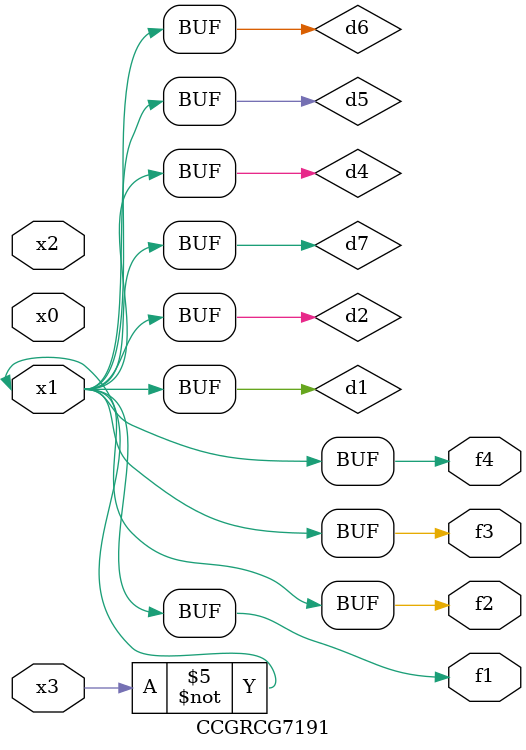
<source format=v>
module CCGRCG7191(
	input x0, x1, x2, x3,
	output f1, f2, f3, f4
);

	wire d1, d2, d3, d4, d5, d6, d7;

	not (d1, x3);
	buf (d2, x1);
	xnor (d3, d1, d2);
	nor (d4, d1);
	buf (d5, d1, d2);
	buf (d6, d4, d5);
	nand (d7, d4);
	assign f1 = d6;
	assign f2 = d7;
	assign f3 = d6;
	assign f4 = d6;
endmodule

</source>
